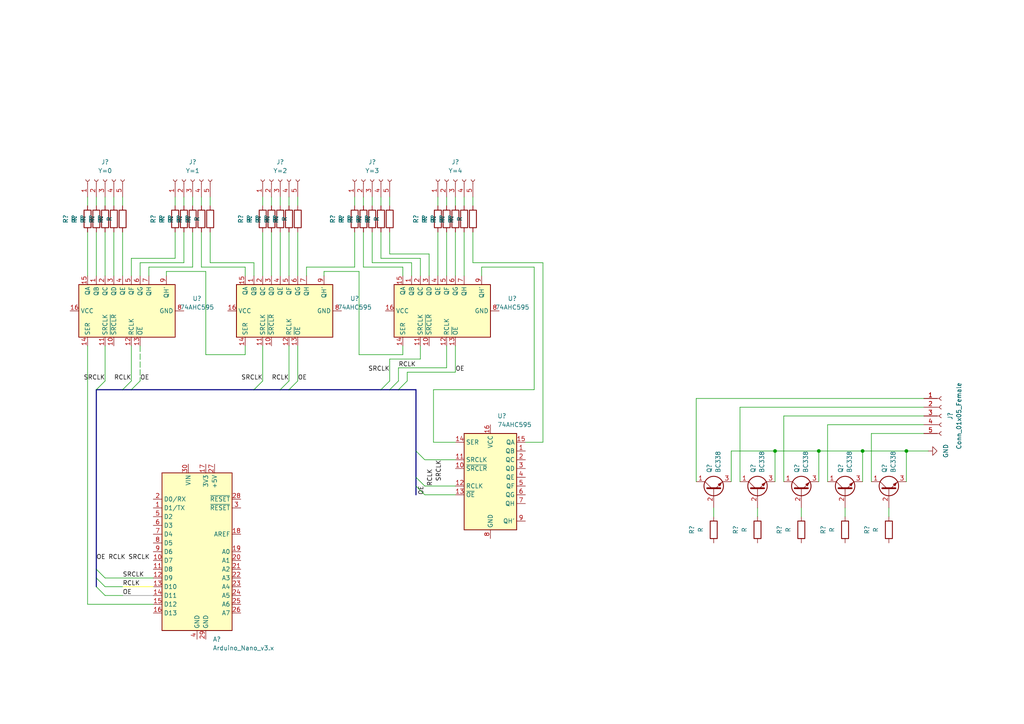
<source format=kicad_sch>
(kicad_sch (version 20211123) (generator eeschema)
  (paper "A4")
  (lib_symbols
    (symbol "74xx:74AHC595"
      (property "Reference" "U" (at -7.62 13.97 0))
      (property "Value" "74AHC595" (at -7.62 -16.51 0))
      (symbol "74AHC595_1_0"
        (pin tri_state line (at 10.16 7.62 180) (length 2.54) (name "QB") (number "1"))
        (pin input line (at -10.16 2.54 0) (length 2.54) (name "~{SRCLR}") (number "10"))
        (pin input line (at -10.16 5.08 0) (length 2.54) (name "SRCLK") (number "11"))
        (pin input line (at -10.16 -2.54 0) (length 2.54) (name "RCLK") (number "12"))
        (pin input line (at -10.16 -5.08 0) (length 2.54) (name "~{OE}") (number "13"))
        (pin input line (at -10.16 10.16 0) (length 2.54) (name "SER") (number "14"))
        (pin tri_state line (at 10.16 10.16 180) (length 2.54) (name "QA") (number "15"))
        (pin power_in line (at 0 15.24 270) (length 2.54) (name "VCC") (number "16"))
        (pin tri_state line (at 10.16 5.08 180) (length 2.54) (name "QC") (number "2"))
        (pin tri_state line (at 10.16 2.54 180) (length 2.54) (name "QD") (number "3"))
        (pin tri_state line (at 10.16 0 180) (length 2.54) (name "QE") (number "4"))
        (pin tri_state line (at 10.16 -2.54 180) (length 2.54) (name "QF") (number "5"))
        (pin tri_state line (at 10.16 -5.08 180) (length 2.54) (name "QG") (number "6"))
        (pin tri_state line (at 10.16 -7.62 180) (length 2.54) (name "QH") (number "7"))
        (pin power_in line (at 0 -17.78 90) (length 2.54) (name "GND") (number "8"))
        (pin output line (at 10.16 -12.7 180) (length 2.54) (name "QH'") (number "9"))
      )
      (symbol "74AHC595_1_1"
        (rectangle (start -7.62 12.7) (end 7.62 -15.24) (stroke (width 0.254)) (fill (type background)))
      )
    )
    (symbol "Connector:Conn_01x05_Female" (pin_names (offset 1.016) hide)
      (property "Reference" "J" (at 0 7.62 0))
      (property "Value" "Conn_01x05_Female" (at 0 -7.62 0))
      (symbol "Conn_01x05_Female_1_1"
        (arc (start 0 -4.572) (mid -0.508 -5.08) (end 0 -5.588) (stroke (width 0.1524)))
        (arc (start 0 -2.032) (mid -0.508 -2.54) (end 0 -3.048) (stroke (width 0.1524)))
        (polyline (pts (xy -1.27 -5.08) (xy -0.508 -5.08)) (stroke (width 0.1524)))
        (polyline (pts (xy -1.27 -2.54) (xy -0.508 -2.54)) (stroke (width 0.1524)))
        (polyline (pts (xy -1.27 0) (xy -0.508 0)) (stroke (width 0.1524)))
        (polyline (pts (xy -1.27 2.54) (xy -0.508 2.54)) (stroke (width 0.1524)))
        (polyline (pts (xy -1.27 5.08) (xy -0.508 5.08)) (stroke (width 0.1524)))
        (arc (start 0 0.508) (mid -0.508 0) (end 0 -0.508) (stroke (width 0.1524)))
        (arc (start 0 3.048) (mid -0.508 2.54) (end 0 2.032) (stroke (width 0.1524)))
        (arc (start 0 5.588) (mid -0.508 5.08) (end 0 4.572) (stroke (width 0.1524)))
        (pin passive line (at -5.08 5.08 0) (length 3.81) (name "Pin_1") (number "1"))
        (pin passive line (at -5.08 2.54 0) (length 3.81) (name "Pin_2") (number "2"))
        (pin passive line (at -5.08 0 0) (length 3.81) (name "Pin_3") (number "3"))
        (pin passive line (at -5.08 -2.54 0) (length 3.81) (name "Pin_4") (number "4"))
        (pin passive line (at -5.08 -5.08 0) (length 3.81) (name "Pin_5") (number "5"))
      )
    )
    (symbol "Device:R" (pin_numbers hide) (pin_names (offset 0))
      (property "Reference" "R" (at 2.032 0 90))
      (property "Value" "R" (at 0 0 90))
      (symbol "R_0_1"
        (rectangle (start -1.016 -2.54) (end 1.016 2.54) (stroke (width 0.254)))
      )
      (symbol "R_1_1"
        (pin passive line (at 0 3.81 270) (length 1.27) (name "~") (number "1"))
        (pin passive line (at 0 -3.81 90) (length 1.27) (name "~") (number "2"))
      )
    )
    (symbol "MCU_Module:Arduino_Nano_v3.x"
      (property "Reference" "A" (at -10.16 23.495 0))
      (property "Value" "Arduino_Nano_v3.x" (at 5.08 -24.13 0))
      (symbol "Arduino_Nano_v3.x_0_1"
        (rectangle (start -10.16 22.86) (end 10.16 -22.86) (stroke (width 0.254)) (fill (type background)))
      )
      (symbol "Arduino_Nano_v3.x_1_1"
        (pin bidirectional line (at -12.7 12.7 0) (length 2.54) (name "D1/TX") (number "1"))
        (pin bidirectional line (at -12.7 -2.54 0) (length 2.54) (name "D7") (number "10"))
        (pin bidirectional line (at -12.7 -5.08 0) (length 2.54) (name "D8") (number "11"))
        (pin bidirectional line (at -12.7 -7.62 0) (length 2.54) (name "D9") (number "12"))
        (pin bidirectional line (at -12.7 -10.16 0) (length 2.54) (name "D10") (number "13"))
        (pin bidirectional line (at -12.7 -12.7 0) (length 2.54) (name "D11") (number "14"))
        (pin bidirectional line (at -12.7 -15.24 0) (length 2.54) (name "D12") (number "15"))
        (pin bidirectional line (at -12.7 -17.78 0) (length 2.54) (name "D13") (number "16"))
        (pin power_out line (at 2.54 25.4 270) (length 2.54) (name "3V3") (number "17"))
        (pin input line (at 12.7 5.08 180) (length 2.54) (name "AREF") (number "18"))
        (pin bidirectional line (at 12.7 0 180) (length 2.54) (name "A0") (number "19"))
        (pin bidirectional line (at -12.7 15.24 0) (length 2.54) (name "D0/RX") (number "2"))
        (pin bidirectional line (at 12.7 -2.54 180) (length 2.54) (name "A1") (number "20"))
        (pin bidirectional line (at 12.7 -5.08 180) (length 2.54) (name "A2") (number "21"))
        (pin bidirectional line (at 12.7 -7.62 180) (length 2.54) (name "A3") (number "22"))
        (pin bidirectional line (at 12.7 -10.16 180) (length 2.54) (name "A4") (number "23"))
        (pin bidirectional line (at 12.7 -12.7 180) (length 2.54) (name "A5") (number "24"))
        (pin bidirectional line (at 12.7 -15.24 180) (length 2.54) (name "A6") (number "25"))
        (pin bidirectional line (at 12.7 -17.78 180) (length 2.54) (name "A7") (number "26"))
        (pin power_out line (at 5.08 25.4 270) (length 2.54) (name "+5V") (number "27"))
        (pin input line (at 12.7 15.24 180) (length 2.54) (name "~{RESET}") (number "28"))
        (pin power_in line (at 2.54 -25.4 90) (length 2.54) (name "GND") (number "29"))
        (pin input line (at 12.7 12.7 180) (length 2.54) (name "~{RESET}") (number "3"))
        (pin power_in line (at -2.54 25.4 270) (length 2.54) (name "VIN") (number "30"))
        (pin power_in line (at 0 -25.4 90) (length 2.54) (name "GND") (number "4"))
        (pin bidirectional line (at -12.7 10.16 0) (length 2.54) (name "D2") (number "5"))
        (pin bidirectional line (at -12.7 7.62 0) (length 2.54) (name "D3") (number "6"))
        (pin bidirectional line (at -12.7 5.08 0) (length 2.54) (name "D4") (number "7"))
        (pin bidirectional line (at -12.7 2.54 0) (length 2.54) (name "D5") (number "8"))
        (pin bidirectional line (at -12.7 0 0) (length 2.54) (name "D6") (number "9"))
      )
    )
    (symbol "Transistor_BJT:BC338" (pin_names (offset 0) hide)
      (property "Reference" "Q" (at 5.08 1.905 0))
      (property "Value" "BC338" (at 5.08 0 0))
      (symbol "BC338_0_1"
        (polyline (pts (xy 0 0) (xy 0.635 0)))
        (polyline (pts (xy 0.635 0.635) (xy 2.54 2.54)))
        (polyline (pts (xy 0.635 -0.635) (xy 2.54 -2.54) (xy 2.54 -2.54)))
        (polyline (pts (xy 0.635 1.905) (xy 0.635 -1.905) (xy 0.635 -1.905)) (stroke (width 0.508)))
        (polyline (pts (xy 1.27 -1.778) (xy 1.778 -1.27) (xy 2.286 -2.286) (xy 1.27 -1.778) (xy 1.27 -1.778)) (fill (type outline)))
        (circle (center 1.27 0) (radius 2.8194) (stroke (width 0.254)))
      )
      (symbol "BC338_1_1"
        (pin passive line (at 2.54 5.08 270) (length 2.54) (name "C") (number "1"))
        (pin input line (at -5.08 0 0) (length 5.08) (name "B") (number "2"))
        (pin passive line (at 2.54 -5.08 90) (length 2.54) (name "E") (number "3"))
      )
    )
    (symbol "power:GND" (power) (pin_names (offset 0))
      (property "Value" "GND" (at 0 -3.81 0))
      (symbol "GND_0_1"
        (polyline (pts (xy 0 0) (xy 0 -1.27) (xy 1.27 -1.27) (xy 0 -2.54) (xy -1.27 -1.27) (xy 0 -1.27)))
      )
      (symbol "GND_1_1"
        (pin power_in line (at 0 0 270) (length 0) hide (name "GND") (number "1"))
      )
    )
  )
  (bus_alias "SRCLK" (members))
  (bus_alias "RCLK" (members))
  (bus_alias "OE" (members))
  (junction (at 224.79 130.81))
  (junction (at 237.49 130.81))
  (junction (at 250.19 130.81))
  (junction (at 262.89 130.81))
  (bus_entry (at 83.82 113.03) (size 2.54 -2.54))
  (bus_entry (at 38.1 113.03) (size 2.54 -2.54))
  (bus_entry (at 27.94 167.64) (size 2.54 2.54))
  (bus_entry (at 27.94 165.1) (size 2.54 2.54))
  (bus_entry (at 27.94 170.18) (size 2.54 2.54))
  (bus_entry (at 110.49 113.03) (size 2.54 -2.54))
  (bus_entry (at 120.65 130.81) (size 2.54 2.54))
  (bus_entry (at 120.65 140.97) (size 2.54 2.54))
  (bus_entry (at 115.57 113.03) (size 2.54 -2.54))
  (bus_entry (at 113.03 113.03) (size 2.54 -2.54))
  (bus_entry (at 120.65 138.43) (size 2.54 2.54))
  (bus_entry (at 27.94 113.03) (size 2.54 -2.54))
  (bus_entry (at 81.28 113.03) (size 2.54 -2.54))
  (bus_entry (at 73.66 113.03) (size 2.54 -2.54))
  (bus_entry (at 35.56 113.03) (size 2.54 -2.54))
  (wire (pts (xy 237.49 139.7) (xy 237.49 130.81)))
  (wire (pts (xy 93.98 78.74) (xy 104.14 78.74)))
  (wire (pts (xy 152.4 128.27) (xy 157.48 128.27)))
  (wire (pts (xy 102.87 57.15) (xy 102.87 59.69)))
  (wire (pts (xy 44.45 175.26) (xy 25.4 175.26)))
  (wire (pts (xy 88.9 80.01) (xy 88.9 77.47)))
  (wire (pts (xy 127 67.31) (xy 127 80.01)))
  (bus (pts (xy 113.03 113.03) (xy 115.57 113.03)))
  (wire (pts (xy 30.48 57.15) (xy 30.48 59.69)))
  (wire (pts (xy 137.16 57.15) (xy 137.16 59.69)))
  (wire (pts (xy 43.18 80.01) (xy 43.18 77.47)))
  (wire (pts (xy 105.41 77.47) (xy 116.84 77.47)))
  (wire (pts (xy 60.96 76.2) (xy 60.96 67.31)))
  (wire (pts (xy 132.08 57.15) (xy 132.08 59.69)))
  (bus (pts (xy 120.65 113.03) (xy 120.65 130.81)))
  (wire (pts (xy 125.73 128.27) (xy 132.08 128.27)))
  (bus (pts (xy 27.94 167.64) (xy 27.94 170.18)))
  (wire (pts (xy 224.79 130.81) (xy 237.49 130.81)))
  (wire (pts (xy 113.03 67.31) (xy 113.03 73.66)))
  (wire (pts (xy 35.56 170.18) (xy 44.45 170.18)) (stroke (width 0) (color 255 255 0 1)))
  (wire (pts (xy 40.64 100.33) (xy 40.64 110.49)) (stroke (width 0) (type dash)))
  (wire (pts (xy 53.34 76.2) (xy 53.34 67.31)))
  (wire (pts (xy 116.84 102.87) (xy 116.84 100.33)))
  (bus (pts (xy 81.28 113.03) (xy 83.82 113.03)))
  (wire (pts (xy 76.2 57.15) (xy 76.2 59.69)))
  (wire (pts (xy 212.09 139.7) (xy 212.09 130.81)))
  (wire (pts (xy 30.48 167.64) (xy 44.45 167.64)))
  (wire (pts (xy 267.97 115.57) (xy 201.93 115.57)))
  (wire (pts (xy 48.26 80.01) (xy 48.26 78.74)))
  (wire (pts (xy 107.95 57.15) (xy 107.95 59.69)))
  (wire (pts (xy 240.03 123.19) (xy 267.97 123.19)))
  (wire (pts (xy 219.71 149.86) (xy 219.71 147.32)))
  (wire (pts (xy 113.03 57.15) (xy 113.03 59.69)))
  (wire (pts (xy 115.57 110.49) (xy 115.57 106.68)))
  (wire (pts (xy 83.82 100.33) (xy 83.82 110.49)))
  (wire (pts (xy 123.19 133.35) (xy 132.08 133.35)))
  (wire (pts (xy 86.36 67.31) (xy 86.36 80.01)))
  (wire (pts (xy 119.38 76.2) (xy 119.38 80.01)))
  (wire (pts (xy 53.34 57.15) (xy 53.34 59.69)))
  (bus (pts (xy 38.1 113.03) (xy 73.66 113.03)))
  (wire (pts (xy 110.49 57.15) (xy 110.49 59.69)))
  (wire (pts (xy 59.69 78.74) (xy 59.69 102.87)))
  (wire (pts (xy 245.11 149.86) (xy 245.11 147.32)))
  (wire (pts (xy 134.62 57.15) (xy 134.62 59.69)))
  (wire (pts (xy 201.93 115.57) (xy 201.93 139.7)))
  (wire (pts (xy 132.08 67.31) (xy 132.08 80.01)))
  (wire (pts (xy 154.94 77.47) (xy 154.94 113.03)))
  (bus (pts (xy 120.65 140.97) (xy 120.65 143.51)))
  (wire (pts (xy 33.02 57.15) (xy 33.02 59.69)))
  (wire (pts (xy 88.9 77.47) (xy 102.87 77.47)))
  (wire (pts (xy 116.84 77.47) (xy 116.84 80.01)))
  (bus (pts (xy 110.49 113.03) (xy 113.03 113.03)))
  (wire (pts (xy 104.14 102.87) (xy 116.84 102.87)))
  (wire (pts (xy 83.82 67.31) (xy 83.82 80.01)))
  (wire (pts (xy 121.92 74.93) (xy 121.92 80.01)))
  (wire (pts (xy 207.01 149.86) (xy 207.01 147.32)))
  (wire (pts (xy 232.41 149.86) (xy 232.41 147.32)))
  (wire (pts (xy 55.88 77.47) (xy 55.88 67.31)))
  (wire (pts (xy 132.08 107.95) (xy 118.11 107.95)))
  (wire (pts (xy 78.74 67.31) (xy 78.74 80.01)))
  (wire (pts (xy 58.42 77.47) (xy 71.12 77.47)))
  (wire (pts (xy 30.48 100.33) (xy 30.48 110.49)))
  (wire (pts (xy 35.56 67.31) (xy 35.56 80.01)))
  (wire (pts (xy 86.36 57.15) (xy 86.36 59.69)))
  (wire (pts (xy 262.89 130.81) (xy 269.24 130.81)))
  (wire (pts (xy 110.49 74.93) (xy 121.92 74.93)))
  (wire (pts (xy 71.12 102.87) (xy 71.12 100.33)))
  (wire (pts (xy 132.08 100.33) (xy 132.08 107.95)))
  (wire (pts (xy 129.54 106.68) (xy 129.54 100.33)))
  (wire (pts (xy 224.79 139.7) (xy 224.79 130.81)))
  (wire (pts (xy 129.54 67.31) (xy 129.54 80.01)))
  (wire (pts (xy 262.89 139.7) (xy 262.89 130.81)))
  (wire (pts (xy 115.57 106.68) (xy 129.54 106.68)))
  (wire (pts (xy 50.8 74.93) (xy 50.8 67.31)))
  (wire (pts (xy 25.4 175.26) (xy 25.4 100.33)))
  (wire (pts (xy 121.92 104.14) (xy 121.92 100.33)))
  (wire (pts (xy 38.1 74.93) (xy 50.8 74.93)))
  (wire (pts (xy 43.18 77.47) (xy 55.88 77.47)))
  (wire (pts (xy 154.94 113.03) (xy 125.73 113.03)))
  (wire (pts (xy 123.19 140.97) (xy 132.08 140.97)))
  (wire (pts (xy 27.94 67.31) (xy 27.94 80.01)))
  (bus (pts (xy 27.94 113.03) (xy 27.94 165.1)))
  (wire (pts (xy 214.63 118.11) (xy 267.97 118.11)))
  (wire (pts (xy 118.11 107.95) (xy 118.11 110.49)))
  (wire (pts (xy 113.03 110.49) (xy 113.03 104.14)))
  (wire (pts (xy 252.73 139.7) (xy 252.73 125.73)))
  (wire (pts (xy 59.69 102.87) (xy 71.12 102.87)))
  (wire (pts (xy 48.26 78.74) (xy 59.69 78.74)))
  (wire (pts (xy 30.48 170.18) (xy 35.56 170.18)))
  (bus (pts (xy 35.56 113.03) (xy 38.1 113.03)))
  (wire (pts (xy 25.4 57.15) (xy 25.4 59.69)))
  (wire (pts (xy 38.1 80.01) (xy 38.1 74.93)))
  (wire (pts (xy 250.19 139.7) (xy 250.19 130.81)))
  (wire (pts (xy 125.73 113.03) (xy 125.73 128.27)))
  (wire (pts (xy 30.48 172.72) (xy 35.56 172.72)))
  (wire (pts (xy 58.42 57.15) (xy 58.42 59.69)))
  (wire (pts (xy 113.03 73.66) (xy 124.46 73.66)))
  (wire (pts (xy 227.33 139.7) (xy 227.33 120.65)))
  (wire (pts (xy 86.36 100.33) (xy 86.36 110.49)))
  (bus (pts (xy 83.82 113.03) (xy 110.49 113.03)))
  (wire (pts (xy 107.95 67.31) (xy 107.95 76.2)))
  (bus (pts (xy 27.94 165.1) (xy 27.94 167.64)))
  (wire (pts (xy 252.73 125.73) (xy 267.97 125.73)))
  (wire (pts (xy 250.19 130.81) (xy 262.89 130.81)))
  (wire (pts (xy 214.63 139.7) (xy 214.63 118.11)))
  (wire (pts (xy 113.03 104.14) (xy 121.92 104.14)))
  (wire (pts (xy 157.48 76.2) (xy 137.16 76.2)))
  (bus (pts (xy 120.65 130.81) (xy 120.65 138.43)))
  (wire (pts (xy 83.82 57.15) (xy 83.82 59.69)))
  (wire (pts (xy 81.28 57.15) (xy 81.28 59.69)))
  (wire (pts (xy 35.56 57.15) (xy 35.56 59.69)))
  (wire (pts (xy 33.02 67.31) (xy 33.02 80.01)))
  (wire (pts (xy 40.64 76.2) (xy 53.34 76.2)))
  (wire (pts (xy 35.56 172.72) (xy 44.45 172.72)) (stroke (width 0) (color 132 132 132 1)))
  (wire (pts (xy 58.42 67.31) (xy 58.42 77.47)))
  (wire (pts (xy 38.1 100.33) (xy 38.1 110.49)))
  (wire (pts (xy 129.54 57.15) (xy 129.54 59.69)))
  (wire (pts (xy 76.2 67.31) (xy 76.2 80.01)))
  (wire (pts (xy 127 57.15) (xy 127 59.69)))
  (wire (pts (xy 227.33 120.65) (xy 267.97 120.65)))
  (wire (pts (xy 105.41 67.31) (xy 105.41 77.47)))
  (wire (pts (xy 102.87 77.47) (xy 102.87 67.31)))
  (wire (pts (xy 27.94 57.15) (xy 27.94 59.69)))
  (wire (pts (xy 110.49 67.31) (xy 110.49 74.93)))
  (wire (pts (xy 137.16 76.2) (xy 137.16 67.31)))
  (wire (pts (xy 123.19 143.51) (xy 132.08 143.51)))
  (wire (pts (xy 76.2 100.33) (xy 76.2 110.49)))
  (wire (pts (xy 240.03 139.7) (xy 240.03 123.19)))
  (wire (pts (xy 104.14 78.74) (xy 104.14 102.87)))
  (wire (pts (xy 105.41 57.15) (xy 105.41 59.69)))
  (bus (pts (xy 120.65 138.43) (xy 120.65 140.97)))
  (wire (pts (xy 30.48 67.31) (xy 30.48 80.01)))
  (wire (pts (xy 73.66 80.01) (xy 73.66 76.2)))
  (bus (pts (xy 73.66 113.03) (xy 81.28 113.03)))
  (wire (pts (xy 124.46 73.66) (xy 124.46 80.01)))
  (wire (pts (xy 71.12 77.47) (xy 71.12 80.01)))
  (wire (pts (xy 134.62 67.31) (xy 134.62 80.01)))
  (wire (pts (xy 73.66 76.2) (xy 60.96 76.2)))
  (bus (pts (xy 115.57 113.03) (xy 120.65 113.03)))
  (wire (pts (xy 157.48 128.27) (xy 157.48 76.2)))
  (bus (pts (xy 27.94 113.03) (xy 35.56 113.03)))
  (wire (pts (xy 237.49 130.81) (xy 250.19 130.81)))
  (wire (pts (xy 81.28 67.31) (xy 81.28 80.01)))
  (wire (pts (xy 25.4 67.31) (xy 25.4 80.01)))
  (wire (pts (xy 78.74 57.15) (xy 78.74 59.69)))
  (wire (pts (xy 93.98 80.01) (xy 93.98 78.74)))
  (wire (pts (xy 139.7 80.01) (xy 139.7 77.47)))
  (wire (pts (xy 107.95 76.2) (xy 119.38 76.2)))
  (wire (pts (xy 139.7 77.47) (xy 154.94 77.47)))
  (wire (pts (xy 40.64 80.01) (xy 40.64 76.2)))
  (wire (pts (xy 50.8 57.15) (xy 50.8 59.69)))
  (wire (pts (xy 55.88 57.15) (xy 55.88 59.69)))
  (wire (pts (xy 60.96 57.15) (xy 60.96 59.69)))
  (wire (pts (xy 257.81 149.86) (xy 257.81 147.32)))
  (wire (pts (xy 212.09 130.81) (xy 224.79 130.81)))
  (label "RCLK" (at 35.56 170.18 0))
  (label "OE" (at 40.64 110.49 0))
  (label "SRCLK" (at 113.03 107.95 180))
  (label "SRCLK" (at 30.48 110.49 180))
  (label "OE" (at 86.36 110.49 0))
  (label "SRCLK" (at 128.27 133.35 270))
  (label "SRCLK" (at 35.56 167.64 0))
  (label "SRCLK" (at 76.2 110.49 180))
  (label "OE" (at 123.19 143.51 90))
  (label "OE" (at 132.08 107.95 0))
  (label "RCLK" (at 83.82 110.49 180))
  (label "OE RCLK SRCLK" (at 27.94 162.56 0))
  (label "RCLK" (at 38.1 110.49 180))
  (label "RCLK" (at 125.73 140.97 90))
  (label "OE" (at 35.56 172.72 0))
  (label "RCLK" (at 115.57 106.68 0))
  (symbol (lib_id "Device:R") (at 58.42 63.5 180) (unit 1)
    (property "Reference" "R?" (at 52.07 63.5 90))
    (property "Value" "R" (at 54.61 63.5 90))
    (property "Footprint" "Resistor_THT:R_Axial_DIN0204_L3.6mm_D1.6mm_P1.90mm_Vertical" (effects hide))
  )
  (symbol (lib_id "Device:R") (at 127 63.5 180) (unit 1)
    (property "Reference" "R?" (at 120.65 63.5 90))
    (property "Value" "R" (at 123.19 63.5 90))
    (property "Footprint" "Resistor_THT:R_Axial_DIN0204_L3.6mm_D1.6mm_P1.90mm_Vertical" (effects hide))
  )
  (symbol (lib_id "Device:R") (at 105.41 63.5 180) (unit 1)
    (property "Reference" "R?" (at 99.06 63.5 90))
    (property "Value" "R" (at 101.6 63.5 90))
    (property "Footprint" "Resistor_THT:R_Axial_DIN0204_L3.6mm_D1.6mm_P1.90mm_Vertical" (effects hide))
  )
  (symbol (lib_id "Device:R") (at 27.94 63.5 180) (unit 1)
    (property "Reference" "R?" (at 21.59 63.5 90))
    (property "Value" "R" (at 24.13 63.5 90))
    (property "Footprint" "Resistor_THT:R_Axial_DIN0204_L3.6mm_D1.6mm_P1.90mm_Vertical" (effects hide))
  )
  (symbol (lib_id "Device:R") (at 219.71 153.67 180) (unit 1)
    (property "Reference" "R?" (at 213.36 153.67 90))
    (property "Value" "R" (at 215.9 153.67 90))
    (property "Footprint" "Resistor_THT:R_Axial_DIN0204_L3.6mm_D1.6mm_P1.90mm_Vertical" (effects hide))
  )
  (symbol (lib_id "Device:R") (at 113.03 63.5 180) (unit 1)
    (property "Reference" "R?" (at 106.68 63.5 90))
    (property "Value" "R" (at 109.22 63.5 90))
    (property "Footprint" "Resistor_THT:R_Axial_DIN0204_L3.6mm_D1.6mm_P1.90mm_Vertical" (effects hide))
  )
  (symbol (lib_id "Device:R") (at 50.8 63.5 180) (unit 1)
    (property "Reference" "R?" (at 44.45 63.5 90))
    (property "Value" "R" (at 46.99 63.5 90))
    (property "Footprint" "Resistor_THT:R_Axial_DIN0204_L3.6mm_D1.6mm_P1.90mm_Vertical" (effects hide))
  )
  (symbol (lib_id "74xx:74AHC595") (at 35.56 90.17 90) (unit 1)
    (property "Reference" "U?" (at 57.15 86.5886 90))
    (property "Value" "74AHC595" (at 57.15 89.1286 90))
    (property "Datasheet" "https://assets.nexperia.com/documents/data-sheet/74AHC_AHCT595.pdf" (effects hide))
  )
  (symbol (lib_id "Device:R") (at 232.41 153.67 180) (unit 1)
    (property "Reference" "R?" (at 226.06 153.67 90))
    (property "Value" "R" (at 228.6 153.67 90))
    (property "Footprint" "Resistor_THT:R_Axial_DIN0204_L3.6mm_D1.6mm_P1.90mm_Vertical" (effects hide))
  )
  (symbol (lib_id "Device:R") (at 76.2 63.5 180) (unit 1)
    (property "Reference" "R?" (at 69.85 63.5 90))
    (property "Value" "R" (at 72.39 63.5 90))
    (property "Footprint" "Resistor_THT:R_Axial_DIN0204_L3.6mm_D1.6mm_P1.90mm_Vertical" (effects hide))
  )
  (symbol (lib_id "MCU_Module:Arduino_Nano_v3.x") (at 57.15 160.02 0) (unit 1)
    (property "Reference" "A?" (at 61.7094 185.42 0) (effects (justify left)))
    (property "Value" "Arduino_Nano_v3.x" (at 61.7094 187.96 0) (effects (justify left)))
    (property "Footprint" "Module:Arduino_Nano" (effects hide))
    (property "Datasheet" "http://www.mouser.com/pdfdocs/Gravitech_Arduino_Nano3_0.pdf" (effects hide))
  )
  (symbol (lib_id "Device:R") (at 25.4 63.5 180) (unit 1)
    (property "Reference" "R?" (at 19.05 63.5 90))
    (property "Value" "R" (at 21.59 63.5 90))
    (property "Footprint" "Resistor_THT:R_Axial_DIN0204_L3.6mm_D1.6mm_P1.90mm_Vertical" (effects hide))
  )
  (symbol (lib_id "Device:R") (at 245.11 153.67 180) (unit 1)
    (property "Reference" "R?" (at 238.76 153.67 90))
    (property "Value" "R" (at 241.3 153.67 90))
    (property "Footprint" "Resistor_THT:R_Axial_DIN0204_L3.6mm_D1.6mm_P1.90mm_Vertical" (effects hide))
  )
  (symbol (lib_id "Device:R") (at 30.48 63.5 180) (unit 1)
    (property "Reference" "R?" (at 24.13 63.5 90))
    (property "Value" "R" (at 26.67 63.5 90))
    (property "Footprint" "Resistor_THT:R_Axial_DIN0204_L3.6mm_D1.6mm_P1.90mm_Vertical" (effects hide))
  )
  (symbol (lib_id "Device:R") (at 83.82 63.5 180) (unit 1)
    (property "Reference" "R?" (at 77.47 63.5 90))
    (property "Value" "R" (at 80.01 63.5 90))
    (property "Footprint" "Resistor_THT:R_Axial_DIN0204_L3.6mm_D1.6mm_P1.90mm_Vertical" (effects hide))
  )
  (symbol (lib_id "Device:R") (at 35.56 63.5 180) (unit 1)
    (property "Reference" "R?" (at 29.21 63.5 90))
    (property "Value" "R" (at 31.75 63.5 90))
    (property "Footprint" "Resistor_THT:R_Axial_DIN0204_L3.6mm_D1.6mm_P1.90mm_Vertical" (effects hide))
  )
  (symbol (lib_id "Device:R") (at 110.49 63.5 180) (unit 1)
    (property "Reference" "R?" (at 104.14 63.5 90))
    (property "Value" "R" (at 106.68 63.5 90))
    (property "Footprint" "Resistor_THT:R_Axial_DIN0204_L3.6mm_D1.6mm_P1.90mm_Vertical" (effects hide))
  )
  (symbol (lib_id "Connector:Conn_01x05_Female") (at 55.88 52.07 90) (unit 1)
    (property "Reference" "J?" (at 55.88 46.99 90))
    (property "Value" "Y=1" (at 55.88 49.53 90))
  )
  (symbol (lib_id "Device:R") (at 134.62 63.5 180) (unit 1)
    (property "Reference" "R?" (at 128.27 63.5 90))
    (property "Value" "R" (at 130.81 63.5 90))
    (property "Footprint" "Resistor_THT:R_Axial_DIN0204_L3.6mm_D1.6mm_P1.90mm_Vertical" (effects hide))
  )
  (symbol (lib_id "Device:R") (at 129.54 63.5 180) (unit 1)
    (property "Reference" "R?" (at 123.19 63.5 90))
    (property "Value" "R" (at 125.73 63.5 90))
    (property "Footprint" "Resistor_THT:R_Axial_DIN0204_L3.6mm_D1.6mm_P1.90mm_Vertical" (effects hide))
  )
  (symbol (lib_id "74xx:74AHC595") (at 81.28 90.17 90) (unit 1)
    (property "Reference" "U?" (at 102.87 86.5886 90))
    (property "Value" "74AHC595" (at 102.87 89.1286 90))
    (property "Datasheet" "https://assets.nexperia.com/documents/data-sheet/74AHC_AHCT595.pdf" (effects hide))
  )
  (symbol (lib_id "Device:R") (at 137.16 63.5 180) (unit 1)
    (property "Reference" "R?" (at 130.81 63.5 90))
    (property "Value" "R" (at 133.35 63.5 90))
    (property "Footprint" "Resistor_THT:R_Axial_DIN0204_L3.6mm_D1.6mm_P1.90mm_Vertical" (effects hide))
  )
  (symbol (lib_id "Device:R") (at 132.08 63.5 180) (unit 1)
    (property "Reference" "R?" (at 125.73 63.5 90))
    (property "Value" "R" (at 128.27 63.5 90))
    (property "Footprint" "Resistor_THT:R_Axial_DIN0204_L3.6mm_D1.6mm_P1.90mm_Vertical" (effects hide))
  )
  (symbol (lib_id "Transistor_BJT:BC338") (at 257.81 142.24 90) (unit 1)
    (property "Reference" "Q?" (at 256.5399 137.16 0) (effects (justify left)))
    (property "Value" "BC338" (at 259.0799 137.16 0) (effects (justify left)))
    (property "Footprint" "Package_TO_SOT_THT:TO-92_Inline" (effects hide))
    (property "Datasheet" "http://diotec.com/tl_files/diotec/files/pdf/datasheets/bc337" (effects hide))
  )
  (symbol (lib_id "74xx:74AHC595") (at 142.24 138.43 0) (unit 1)
    (property "Reference" "U?" (at 144.2594 120.65 0) (effects (justify left)))
    (property "Value" "74AHC595" (at 144.2594 123.19 0) (effects (justify left)))
    (property "Datasheet" "https://assets.nexperia.com/documents/data-sheet/74AHC_AHCT595.pdf" (effects hide))
  )
  (symbol (lib_id "Device:R") (at 81.28 63.5 180) (unit 1)
    (property "Reference" "R?" (at 74.93 63.5 90))
    (property "Value" "R" (at 77.47 63.5 90))
    (property "Footprint" "Resistor_THT:R_Axial_DIN0204_L3.6mm_D1.6mm_P1.90mm_Vertical" (effects hide))
  )
  (symbol (lib_id "Device:R") (at 86.36 63.5 180) (unit 1)
    (property "Reference" "R?" (at 80.01 63.5 90))
    (property "Value" "R" (at 82.55 63.5 90))
    (property "Footprint" "Resistor_THT:R_Axial_DIN0204_L3.6mm_D1.6mm_P1.90mm_Vertical" (effects hide))
  )
  (symbol (lib_id "Connector:Conn_01x05_Female") (at 107.95 52.07 90) (unit 1)
    (property "Reference" "J?" (at 107.95 46.99 90))
    (property "Value" "Y=3" (at 107.95 49.53 90))
  )
  (symbol (lib_id "Device:R") (at 55.88 63.5 180) (unit 1)
    (property "Reference" "R?" (at 49.53 63.5 90))
    (property "Value" "R" (at 52.07 63.5 90))
    (property "Footprint" "Resistor_THT:R_Axial_DIN0204_L3.6mm_D1.6mm_P1.90mm_Vertical" (effects hide))
  )
  (symbol (lib_id "Device:R") (at 53.34 63.5 180) (unit 1)
    (property "Reference" "R?" (at 46.99 63.5 90))
    (property "Value" "R" (at 49.53 63.5 90))
    (property "Footprint" "Resistor_THT:R_Axial_DIN0204_L3.6mm_D1.6mm_P1.90mm_Vertical" (effects hide))
  )
  (symbol (lib_id "Connector:Conn_01x05_Female") (at 30.48 52.07 90) (unit 1)
    (property "Reference" "J?" (at 30.48 46.99 90))
    (property "Value" "Y=0" (at 30.48 49.53 90))
  )
  (symbol (lib_id "Device:R") (at 78.74 63.5 180) (unit 1)
    (property "Reference" "R?" (at 72.39 63.5 90))
    (property "Value" "R" (at 74.93 63.5 90))
    (property "Footprint" "Resistor_THT:R_Axial_DIN0204_L3.6mm_D1.6mm_P1.90mm_Vertical" (effects hide))
  )
  (symbol (lib_id "Device:R") (at 257.81 153.67 180) (unit 1)
    (property "Reference" "R?" (at 251.46 153.67 90))
    (property "Value" "R" (at 254 153.67 90))
    (property "Footprint" "Resistor_THT:R_Axial_DIN0204_L3.6mm_D1.6mm_P1.90mm_Vertical" (effects hide))
  )
  (symbol (lib_id "Device:R") (at 60.96 63.5 180) (unit 1)
    (property "Reference" "R?" (at 54.61 63.5 90))
    (property "Value" "R" (at 57.15 63.5 90))
    (property "Footprint" "Resistor_THT:R_Axial_DIN0204_L3.6mm_D1.6mm_P1.90mm_Vertical" (effects hide))
  )
  (symbol (lib_id "74xx:74AHC595") (at 127 90.17 90) (unit 1)
    (property "Reference" "U?" (at 148.59 86.5886 90))
    (property "Value" "74AHC595" (at 148.59 89.1286 90))
    (property "Datasheet" "https://assets.nexperia.com/documents/data-sheet/74AHC_AHCT595.pdf" (effects hide))
  )
  (symbol (lib_id "power:GND") (at 269.24 130.81 90) (unit 1)
    (property "Reference" "#PWR?" (effects hide))
    (property "Value" "GND" (at 274.32 130.81 0))
  )
  (symbol (lib_id "Device:R") (at 107.95 63.5 180) (unit 1)
    (property "Reference" "R?" (at 101.6 63.5 90))
    (property "Value" "R" (at 104.14 63.5 90))
    (property "Footprint" "Resistor_THT:R_Axial_DIN0204_L3.6mm_D1.6mm_P1.90mm_Vertical" (effects hide))
  )
  (symbol (lib_id "Transistor_BJT:BC338") (at 207.01 142.24 90) (unit 1)
    (property "Reference" "Q?" (at 205.7399 137.16 0) (effects (justify left)))
    (property "Value" "BC338" (at 208.2799 137.16 0) (effects (justify left)))
    (property "Footprint" "Package_TO_SOT_THT:TO-92_Inline" (effects hide))
    (property "Datasheet" "http://diotec.com/tl_files/diotec/files/pdf/datasheets/bc337" (effects hide))
  )
  (symbol (lib_id "Device:R") (at 33.02 63.5 180) (unit 1)
    (property "Reference" "R?" (at 26.67 63.5 90))
    (property "Value" "R" (at 29.21 63.5 90))
    (property "Footprint" "Resistor_THT:R_Axial_DIN0204_L3.6mm_D1.6mm_P1.90mm_Vertical" (effects hide))
  )
  (symbol (lib_id "Transistor_BJT:BC338") (at 219.71 142.24 90) (unit 1)
    (property "Reference" "Q?" (at 218.4399 137.16 0) (effects (justify left)))
    (property "Value" "BC338" (at 220.9799 137.16 0) (effects (justify left)))
    (property "Footprint" "Package_TO_SOT_THT:TO-92_Inline" (effects hide))
    (property "Datasheet" "http://diotec.com/tl_files/diotec/files/pdf/datasheets/bc337" (effects hide))
  )
  (symbol (lib_id "Device:R") (at 102.87 63.5 180) (unit 1)
    (property "Reference" "R?" (at 96.52 63.5 90))
    (property "Value" "R" (at 99.06 63.5 90))
    (property "Footprint" "Resistor_THT:R_Axial_DIN0204_L3.6mm_D1.6mm_P1.90mm_Vertical" (effects hide))
  )
  (symbol (lib_id "Connector:Conn_01x05_Female") (at 273.05 120.65 0) (unit 1)
    (property "Reference" "J?" (at 275.59 120.65 90))
    (property "Value" "Conn_01x05_Female" (at 278.13 120.65 90))
  )
  (symbol (lib_id "Connector:Conn_01x05_Female") (at 81.28 52.07 90) (unit 1)
    (property "Reference" "J?" (at 81.28 46.99 90))
    (property "Value" "Y=2" (at 81.28 49.53 90))
  )
  (symbol (lib_id "Connector:Conn_01x05_Female") (at 132.08 52.07 90) (unit 1)
    (property "Reference" "J?" (at 132.08 46.99 90))
    (property "Value" "Y=4" (at 132.08 49.53 90))
  )
  (symbol (lib_id "Transistor_BJT:BC338") (at 232.41 142.24 90) (unit 1)
    (property "Reference" "Q?" (at 231.1399 137.16 0) (effects (justify left)))
    (property "Value" "BC338" (at 233.6799 137.16 0) (effects (justify left)))
    (property "Footprint" "Package_TO_SOT_THT:TO-92_Inline" (effects hide))
    (property "Datasheet" "http://diotec.com/tl_files/diotec/files/pdf/datasheets/bc337" (effects hide))
  )
  (symbol (lib_id "Device:R") (at 207.01 153.67 180) (unit 1)
    (property "Reference" "R?" (at 200.66 153.67 90))
    (property "Value" "R" (at 203.2 153.67 90))
    (property "Footprint" "Resistor_THT:R_Axial_DIN0204_L3.6mm_D1.6mm_P1.90mm_Vertical" (effects hide))
  )
  (symbol (lib_id "Transistor_BJT:BC338") (at 245.11 142.24 90) (unit 1)
    (property "Reference" "Q?" (at 243.8399 137.16 0) (effects (justify left)))
    (property "Value" "BC338" (at 246.3799 137.16 0) (effects (justify left)))
    (property "Footprint" "Package_TO_SOT_THT:TO-92_Inline" (effects hide))
    (property "Datasheet" "http://diotec.com/tl_files/diotec/files/pdf/datasheets/bc337" (effects hide))
  )
)
</source>
